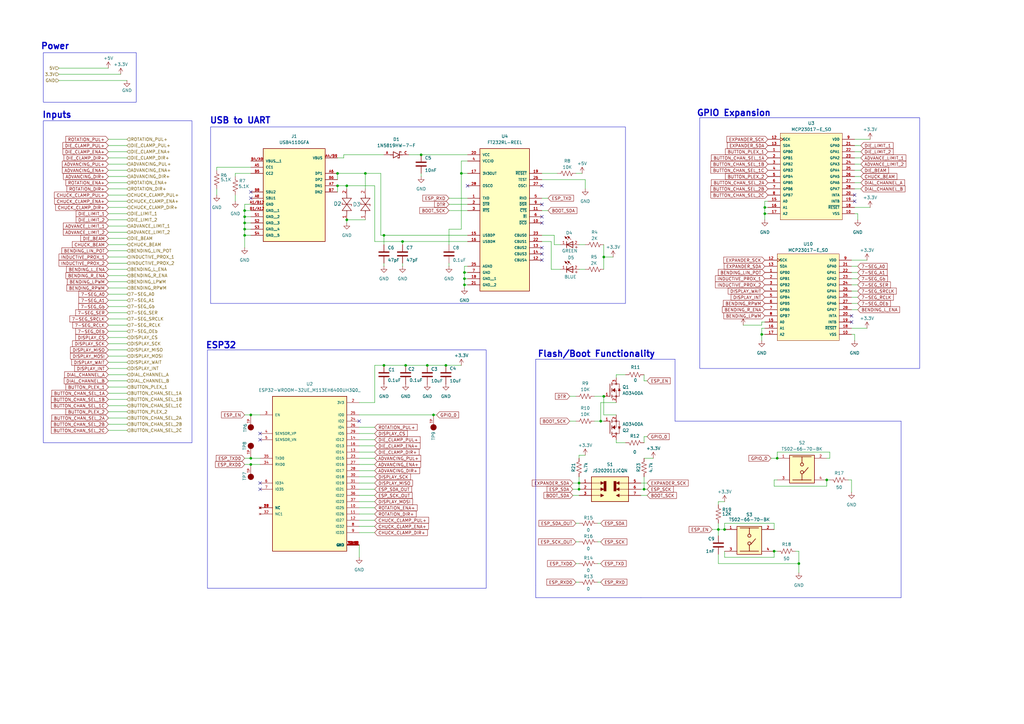
<source format=kicad_sch>
(kicad_sch (version 20231120) (generator "eeschema") (generator_version "8.0")
  (paper "A3")
  (junction (at 175.26 149.86))
  (junction (at 327.66 231.14))
  (junction (at 142.24 90.17))
  (junction (at 157.48 96.52))
  (junction (at 182.88 149.86))
  (junction (at 100.33 86.36))
  (junction (at 190.5 111.76))
  (junction (at 246.38 172.72))
  (junction (at 190.5 114.3))
  (junction (at 172.72 63.5))
  (junction (at 318.77 187.96))
  (junction (at 166.37 149.86))
  (junction (at 237.49 198.12))
  (junction (at 237.49 200.66))
  (junction (at 100.33 88.9))
  (junction (at 102.87 190.5))
  (junction (at 294.64 217.17))
  (junction (at 100.33 91.44))
  (junction (at 313.69 85.09))
  (junction (at 149.86 71.12))
  (junction (at 165.1 99.06))
  (junction (at 157.48 149.86))
  (junction (at 317.5 226.06))
  (junction (at 247.65 162.56))
  (junction (at 100.33 96.52))
  (junction (at 247.65 105.41))
  (junction (at 190.5 116.84))
  (junction (at 100.33 93.98))
  (junction (at 264.16 200.66))
  (junction (at 177.8 170.18))
  (junction (at 138.43 71.12))
  (junction (at 138.43 76.2))
  (junction (at 189.23 71.12))
  (junction (at 312.42 137.16))
  (junction (at 142.24 76.2))
  (junction (at 102.87 187.96))
  (junction (at 297.18 217.17))
  (junction (at 313.69 87.63))
  (junction (at 339.09 196.85))
  (junction (at 102.87 170.18))
  (no_connect (at 222.25 88.9))
  (no_connect (at 350.52 82.55))
  (no_connect (at 222.25 106.68))
  (no_connect (at 222.25 91.44))
  (no_connect (at 349.25 129.54))
  (no_connect (at 222.25 104.14))
  (no_connect (at 222.25 101.6))
  (no_connect (at 106.68 198.12))
  (no_connect (at 349.25 132.08))
  (no_connect (at 222.25 76.2))
  (no_connect (at 106.68 177.8))
  (no_connect (at 147.32 172.72))
  (no_connect (at 350.52 80.01))
  (no_connect (at 102.87 78.74))
  (no_connect (at 222.25 83.82))
  (no_connect (at 102.87 81.28))
  (no_connect (at 106.68 200.66))
  (no_connect (at 106.68 180.34))
  (no_connect (at 191.77 76.2))
  (wire (pts (xy 191.77 111.76) (xy 190.5 111.76)))
  (wire (pts (xy 264.16 156.21) (xy 264.16 153.67)))
  (wire (pts (xy 147.32 165.1) (xy 153.67 165.1)))
  (wire (pts (xy 190.5 111.76) (xy 190.5 114.3)))
  (wire (pts (xy 350.52 137.16) (xy 349.25 137.16)))
  (wire (pts (xy 264.16 195.58) (xy 264.16 200.66)))
  (wire (pts (xy 297.18 228.6) (xy 317.5 228.6)))
  (wire (pts (xy 52.07 163.83) (xy 44.45 163.83)))
  (wire (pts (xy 227.33 100.33) (xy 227.33 96.52)))
  (wire (pts (xy 237.49 198.12) (xy 237.49 200.66)))
  (wire (pts (xy 147.32 215.9) (xy 153.67 215.9)))
  (wire (pts (xy 353.06 74.93) (xy 350.52 74.93)))
  (wire (pts (xy 327.66 226.06) (xy 327.66 231.14)))
  (wire (pts (xy 351.79 127) (xy 349.25 127)))
  (wire (pts (xy 52.07 156.21) (xy 44.45 156.21)))
  (wire (pts (xy 147.32 213.36) (xy 153.67 213.36)))
  (polyline (pts (xy 219.71 240.03) (xy 219.71 245.11)))
  (wire (pts (xy 240.03 73.66) (xy 240.03 77.47)))
  (wire (pts (xy 327.66 234.95) (xy 327.66 231.14)))
  (polyline (pts (xy 369.57 245.11) (xy 369.57 172.72)))
  (wire (pts (xy 237.49 222.25) (xy 236.22 222.25)))
  (wire (pts (xy 233.68 172.72) (xy 236.22 172.72)))
  (wire (pts (xy 237.49 110.49) (xy 240.03 110.49)))
  (wire (pts (xy 147.32 198.12) (xy 153.67 198.12)))
  (wire (pts (xy 52.07 166.37) (xy 44.45 166.37)))
  (wire (pts (xy 237.49 186.69) (xy 237.49 187.96)))
  (wire (pts (xy 236.22 231.14) (xy 237.49 231.14)))
  (wire (pts (xy 52.07 102.87) (xy 44.45 102.87)))
  (wire (pts (xy 52.07 113.03) (xy 44.45 113.03)))
  (wire (pts (xy 351.79 87.63) (xy 350.52 87.63)))
  (wire (pts (xy 351.79 109.22) (xy 349.25 109.22)))
  (wire (pts (xy 313.69 87.63) (xy 313.69 90.17)))
  (wire (pts (xy 340.36 185.42) (xy 340.36 187.96)))
  (polyline (pts (xy 219.71 245.11) (xy 262.89 245.11)))
  (wire (pts (xy 350.52 139.7) (xy 350.52 137.16)))
  (wire (pts (xy 140.97 63.5) (xy 157.48 63.5)))
  (wire (pts (xy 222.25 99.06) (xy 226.06 99.06)))
  (wire (pts (xy 313.69 85.09) (xy 314.96 85.09)))
  (wire (pts (xy 100.33 170.18) (xy 102.87 170.18)))
  (wire (pts (xy 24.13 30.48) (xy 49.53 30.48)))
  (wire (pts (xy 147.32 205.74) (xy 153.67 205.74)))
  (wire (pts (xy 246.38 165.1) (xy 252.73 165.1)))
  (wire (pts (xy 138.43 73.66) (xy 138.43 71.12)))
  (wire (pts (xy 153.67 76.2) (xy 153.67 99.06)))
  (wire (pts (xy 100.33 187.96) (xy 102.87 187.96)))
  (wire (pts (xy 153.67 193.04) (xy 147.32 193.04)))
  (wire (pts (xy 184.15 83.82) (xy 191.77 83.82)))
  (wire (pts (xy 100.33 190.5) (xy 102.87 190.5)))
  (wire (pts (xy 184.15 93.98) (xy 189.23 93.98)))
  (wire (pts (xy 312.42 133.35) (xy 312.42 132.08)))
  (wire (pts (xy 313.69 87.63) (xy 314.96 87.63)))
  (wire (pts (xy 252.73 181.61) (xy 256.54 181.61)))
  (wire (pts (xy 246.38 172.72) (xy 247.65 172.72)))
  (wire (pts (xy 52.07 69.85) (xy 44.45 69.85)))
  (wire (pts (xy 236.22 71.12) (xy 238.76 71.12)))
  (wire (pts (xy 227.33 100.33) (xy 229.87 100.33)))
  (wire (pts (xy 142.24 90.17) (xy 142.24 91.44)))
  (polyline (pts (xy 219.71 147.32) (xy 276.86 147.32)))
  (wire (pts (xy 227.33 96.52) (xy 222.25 96.52)))
  (wire (pts (xy 88.9 69.85) (xy 88.9 68.58)))
  (wire (pts (xy 52.07 77.47) (xy 44.45 77.47)))
  (wire (pts (xy 317.5 226.06) (xy 317.5 228.6)))
  (wire (pts (xy 243.84 172.72) (xy 246.38 172.72)))
  (wire (pts (xy 138.43 64.77) (xy 140.97 64.77)))
  (wire (pts (xy 172.72 63.5) (xy 167.64 63.5)))
  (wire (pts (xy 138.43 76.2) (xy 138.43 78.74)))
  (wire (pts (xy 189.23 66.04) (xy 189.23 71.12)))
  (wire (pts (xy 252.73 153.67) (xy 256.54 153.67)))
  (wire (pts (xy 247.65 100.33) (xy 247.65 105.41)))
  (wire (pts (xy 153.67 210.82) (xy 147.32 210.82)))
  (wire (pts (xy 294.64 214.63) (xy 294.64 217.17)))
  (wire (pts (xy 294.64 217.17) (xy 294.64 219.71)))
  (wire (pts (xy 142.24 76.2) (xy 142.24 77.47)))
  (wire (pts (xy 157.48 96.52) (xy 157.48 100.33)))
  (wire (pts (xy 157.48 149.86) (xy 166.37 149.86)))
  (wire (pts (xy 52.07 146.05) (xy 44.45 146.05)))
  (wire (pts (xy 297.18 214.63) (xy 317.5 214.63)))
  (wire (pts (xy 189.23 71.12) (xy 189.23 93.98)))
  (wire (pts (xy 52.07 90.17) (xy 44.45 90.17)))
  (wire (pts (xy 52.07 100.33) (xy 44.45 100.33)))
  (wire (pts (xy 224.79 81.28) (xy 222.25 81.28)))
  (wire (pts (xy 317.5 199.39) (xy 339.09 199.39)))
  (wire (pts (xy 153.67 99.06) (xy 165.1 99.06)))
  (wire (pts (xy 292.1 217.17) (xy 294.64 217.17)))
  (wire (pts (xy 52.07 128.27) (xy 44.45 128.27)))
  (wire (pts (xy 349.25 196.85) (xy 349.25 201.93)))
  (wire (pts (xy 351.79 124.46) (xy 349.25 124.46)))
  (wire (pts (xy 52.07 130.81) (xy 44.45 130.81)))
  (wire (pts (xy 316.23 187.96) (xy 318.77 187.96)))
  (wire (pts (xy 52.07 57.15) (xy 44.45 57.15)))
  (wire (pts (xy 52.07 140.97) (xy 44.45 140.97)))
  (wire (pts (xy 294.64 231.14) (xy 327.66 231.14)))
  (wire (pts (xy 313.69 85.09) (xy 313.69 87.63)))
  (wire (pts (xy 52.07 92.71) (xy 44.45 92.71)))
  (polyline (pts (xy 276.86 172.72) (xy 369.57 172.72)))
  (wire (pts (xy 156.21 71.12) (xy 156.21 96.52)))
  (wire (pts (xy 234.95 200.66) (xy 237.49 200.66)))
  (wire (pts (xy 318.77 185.42) (xy 340.36 185.42)))
  (wire (pts (xy 356.87 57.15) (xy 350.52 57.15)))
  (wire (pts (xy 246.38 231.14) (xy 245.11 231.14)))
  (wire (pts (xy 240.03 186.69) (xy 237.49 186.69)))
  (wire (pts (xy 52.07 138.43) (xy 44.45 138.43)))
  (wire (pts (xy 353.06 77.47) (xy 350.52 77.47)))
  (wire (pts (xy 355.6 106.68) (xy 349.25 106.68)))
  (wire (pts (xy 233.68 162.56) (xy 236.22 162.56)))
  (wire (pts (xy 226.06 99.06) (xy 226.06 110.49)))
  (wire (pts (xy 252.73 180.34) (xy 252.73 181.61)))
  (wire (pts (xy 294.64 207.01) (xy 294.64 205.74)))
  (wire (pts (xy 100.33 93.98) (xy 100.33 96.52)))
  (wire (pts (xy 52.07 95.25) (xy 44.45 95.25)))
  (wire (pts (xy 222.25 71.12) (xy 228.6 71.12)))
  (wire (pts (xy 236.22 214.63) (xy 237.49 214.63)))
  (wire (pts (xy 153.67 182.88) (xy 147.32 182.88)))
  (wire (pts (xy 100.33 88.9) (xy 100.33 91.44)))
  (polyline (pts (xy 276.86 147.32) (xy 276.86 172.72)))
  (wire (pts (xy 52.07 161.29) (xy 44.45 161.29)))
  (wire (pts (xy 222.25 73.66) (xy 240.03 73.66)))
  (wire (pts (xy 52.07 97.79) (xy 44.45 97.79)))
  (wire (pts (xy 153.67 187.96) (xy 147.32 187.96)))
  (wire (pts (xy 356.87 85.09) (xy 350.52 85.09)))
  (wire (pts (xy 52.07 171.45) (xy 44.45 171.45)))
  (wire (pts (xy 52.07 133.35) (xy 44.45 133.35)))
  (wire (pts (xy 147.32 170.18) (xy 177.8 170.18)))
  (wire (pts (xy 184.15 100.33) (xy 184.15 93.98)))
  (wire (pts (xy 246.38 172.72) (xy 246.38 165.1)))
  (wire (pts (xy 102.87 187.96) (xy 106.68 187.96)))
  (wire (pts (xy 52.07 168.91) (xy 44.45 168.91)))
  (wire (pts (xy 52.07 82.55) (xy 44.45 82.55)))
  (wire (pts (xy 226.06 110.49) (xy 229.87 110.49)))
  (wire (pts (xy 165.1 107.95) (xy 165.1 109.22)))
  (wire (pts (xy 52.07 72.39) (xy 44.45 72.39)))
  (wire (pts (xy 52.07 85.09) (xy 44.45 85.09)))
  (wire (pts (xy 191.77 109.22) (xy 190.5 109.22)))
  (wire (pts (xy 353.06 72.39) (xy 350.52 72.39)))
  (wire (pts (xy 264.16 200.66) (xy 262.89 200.66)))
  (wire (pts (xy 102.87 88.9) (xy 100.33 88.9)))
  (wire (pts (xy 294.64 205.74) (xy 297.18 205.74)))
  (wire (pts (xy 351.79 116.84) (xy 349.25 116.84)))
  (wire (pts (xy 102.87 190.5) (xy 106.68 190.5)))
  (wire (pts (xy 264.16 156.21) (xy 265.43 156.21)))
  (wire (pts (xy 102.87 91.44) (xy 100.33 91.44)))
  (wire (pts (xy 184.15 86.36) (xy 191.77 86.36)))
  (wire (pts (xy 96.52 80.01) (xy 96.52 82.55)))
  (wire (pts (xy 252.73 154.94) (xy 252.73 153.67)))
  (wire (pts (xy 52.07 64.77) (xy 44.45 64.77)))
  (wire (pts (xy 351.79 111.76) (xy 349.25 111.76)))
  (wire (pts (xy 153.67 165.1) (xy 153.67 149.86)))
  (wire (pts (xy 52.07 110.49) (xy 44.45 110.49)))
  (wire (pts (xy 312.42 137.16) (xy 312.42 139.7)))
  (wire (pts (xy 88.9 68.58) (xy 102.87 68.58)))
  (wire (pts (xy 353.06 59.69) (xy 350.52 59.69)))
  (wire (pts (xy 304.8 133.35) (xy 312.42 133.35)))
  (wire (pts (xy 100.33 86.36) (xy 100.33 88.9)))
  (wire (pts (xy 142.24 76.2) (xy 153.67 76.2)))
  (wire (pts (xy 182.88 149.86) (xy 189.23 149.86)))
  (wire (pts (xy 166.37 149.86) (xy 175.26 149.86)))
  (wire (pts (xy 138.43 76.2) (xy 142.24 76.2)))
  (wire (pts (xy 247.65 162.56) (xy 247.65 170.18)))
  (wire (pts (xy 156.21 96.52) (xy 157.48 96.52)))
  (wire (pts (xy 102.87 83.82) (xy 100.33 83.82)))
  (wire (pts (xy 52.07 80.01) (xy 44.45 80.01)))
  (wire (pts (xy 52.07 153.67) (xy 44.45 153.67)))
  (wire (pts (xy 52.07 62.23) (xy 44.45 62.23)))
  (wire (pts (xy 177.8 170.18) (xy 179.07 170.18)))
  (wire (pts (xy 52.07 125.73) (xy 44.45 125.73)))
  (wire (pts (xy 246.38 238.76) (xy 245.11 238.76)))
  (wire (pts (xy 88.9 77.47) (xy 88.9 80.01)))
  (wire (pts (xy 351.79 119.38) (xy 349.25 119.38)))
  (wire (pts (xy 190.5 114.3) (xy 191.77 114.3)))
  (wire (pts (xy 317.5 217.17) (xy 317.5 214.63)))
  (wire (pts (xy 100.33 83.82) (xy 100.33 86.36)))
  (wire (pts (xy 224.79 86.36) (xy 222.25 86.36)))
  (wire (pts (xy 52.07 107.95) (xy 44.45 107.95)))
  (wire (pts (xy 147.32 175.26) (xy 153.67 175.26)))
  (wire (pts (xy 52.07 176.53) (xy 44.45 176.53)))
  (wire (pts (xy 237.49 195.58) (xy 237.49 198.12)))
  (wire (pts (xy 339.09 199.39) (xy 339.09 196.85)))
  (wire (pts (xy 52.07 118.11) (xy 44.45 118.11)))
  (wire (pts (xy 353.06 67.31) (xy 350.52 67.31)))
  (wire (pts (xy 247.65 170.18) (xy 252.73 170.18)))
  (wire (pts (xy 52.07 120.65) (xy 44.45 120.65)))
  (wire (pts (xy 313.69 82.55) (xy 313.69 85.09)))
  (wire (pts (xy 172.72 63.5) (xy 191.77 63.5)))
  (wire (pts (xy 165.1 99.06) (xy 165.1 100.33)))
  (wire (pts (xy 297.18 214.63) (xy 297.18 217.17)))
  (wire (pts (xy 318.77 196.85) (xy 317.5 196.85)))
  (wire (pts (xy 347.98 196.85) (xy 349.25 196.85)))
  (wire (pts (xy 140.97 64.77) (xy 140.97 63.5)))
  (wire (pts (xy 190.5 118.11) (xy 190.5 116.84)))
  (wire (pts (xy 147.32 228.6) (xy 147.32 223.52)))
  (wire (pts (xy 153.67 203.2) (xy 147.32 203.2)))
  (wire (pts (xy 237.49 100.33) (xy 240.03 100.33)))
  (wire (pts (xy 246.38 222.25) (xy 245.11 222.25)))
  (wire (pts (xy 234.95 203.2) (xy 237.49 203.2)))
  (wire (pts (xy 312.42 137.16) (xy 313.69 137.16)))
  (wire (pts (xy 52.07 123.19) (xy 44.45 123.19)))
  (wire (pts (xy 102.87 93.98) (xy 100.33 93.98)))
  (wire (pts (xy 312.42 134.62) (xy 312.42 137.16)))
  (wire (pts (xy 246.38 214.63) (xy 245.11 214.63)))
  (wire (pts (xy 100.33 91.44) (xy 100.33 93.98)))
  (wire (pts (xy 102.87 170.18) (xy 106.68 170.18)))
  (wire (pts (xy 149.86 71.12) (xy 156.21 71.12)))
  (wire (pts (xy 351.79 114.3) (xy 349.25 114.3)))
  (wire (pts (xy 52.07 105.41) (xy 44.45 105.41)))
  (wire (pts (xy 351.79 121.92) (xy 349.25 121.92)))
  (wire (pts (xy 353.06 64.77) (xy 350.52 64.77)))
  (wire (pts (xy 147.32 200.66) (xy 153.67 200.66)))
  (wire (pts (xy 52.07 67.31) (xy 44.45 67.31)))
  (wire (pts (xy 138.43 71.12) (xy 149.86 71.12)))
  (wire (pts (xy 317.5 196.85) (xy 317.5 199.39)))
  (wire (pts (xy 191.77 96.52) (xy 157.48 96.52)))
  (wire (pts (xy 153.67 180.34) (xy 147.32 180.34)))
  (wire (pts (xy 351.79 90.17) (xy 351.79 87.63)))
  (wire (pts (xy 52.07 148.59) (xy 44.45 148.59)))
  (wire (pts (xy 172.72 71.12) (xy 172.72 72.39)))
  (wire (pts (xy 264.16 179.07) (xy 265.43 179.07)))
  (wire (pts (xy 52.07 59.69) (xy 44.45 59.69)))
  (wire (pts (xy 191.77 71.12) (xy 189.23 71.12)))
  (wire (pts (xy 153.67 185.42) (xy 147.32 185.42)))
  (wire (pts (xy 52.07 87.63) (xy 44.45 87.63)))
  (wire (pts (xy 353.06 69.85) (xy 350.52 69.85)))
  (wire (pts (xy 313.69 82.55) (xy 314.96 82.55)))
  (wire (pts (xy 102.87 71.12) (xy 96.52 71.12)))
  (wire (pts (xy 184.15 81.28) (xy 191.77 81.28)))
  (wire (pts (xy 100.33 96.52) (xy 100.33 101.6)))
  (wire (pts (xy 237.49 238.76) (xy 236.22 238.76)))
  (wire (pts (xy 243.84 162.56) (xy 247.65 162.56)))
  (wire (pts (xy 102.87 86.36) (xy 100.33 86.36)))
  (wire (pts (xy 153.67 190.5) (xy 147.32 190.5)))
  (wire (pts (xy 190.5 116.84) (xy 190.5 114.3)))
  (polyline (pts (xy 219.71 147.32) (xy 219.71 240.03)))
  (wire (pts (xy 234.95 198.12) (xy 237.49 198.12)))
  (wire (pts (xy 184.15 107.95) (xy 184.15 109.22)))
  (wire (pts (xy 153.67 149.86) (xy 157.48 149.86)))
  (wire (pts (xy 190.5 109.22) (xy 190.5 111.76)))
  (wire (pts (xy 265.43 200.66) (xy 264.16 200.66)))
  (wire (pts (xy 265.43 203.2) (xy 262.89 203.2)))
  (wire (pts (xy 297.18 226.06) (xy 297.18 228.6)))
  (wire (pts (xy 312.42 134.62) (xy 313.69 134.62)))
  (wire (pts (xy 340.36 196.85) (xy 339.09 196.85)))
  (wire (pts (xy 157.48 107.95) (xy 157.48 109.22)))
  (wire (pts (xy 355.6 134.62) (xy 349.25 134.62)))
  (wire (pts (xy 147.32 218.44) (xy 153.67 218.44)))
  (wire (pts (xy 52.07 151.13) (xy 44.45 151.13)))
  (wire (pts (xy 326.39 226.06) (xy 327.66 226.06)))
  (wire (pts (xy 52.07 143.51) (xy 44.45 143.51)))
  (wire (pts (xy 264.16 187.96) (xy 267.97 187.96)))
  (wire (pts (xy 190.5 116.84) (xy 191.77 116.84)))
  (wire (pts (xy 191.77 99.06) (xy 165.1 99.06)))
  (wire (pts (xy 318.77 187.96) (xy 318.77 185.42)))
  (wire (pts (xy 294.64 227.33) (xy 294.64 231.14)))
  (wire (pts (xy 353.06 62.23) (xy 350.52 62.23)))
  (wire (pts (xy 100.33 96.52) (xy 102.87 96.52)))
  (wire (pts (xy 264.16 179.07) (xy 264.16 181.61)))
  (wire (pts (xy 149.86 71.12) (xy 149.86 77.47)))
  (wire (pts (xy 147.32 195.58) (xy 153.67 195.58)))
  (wire (pts (xy 294.64 217.17) (xy 297.18 217.17)))
  (wire (pts (xy 142.24 90.17) (xy 149.86 90.17)))
  (wire (pts (xy 24.13 33.02) (xy 52.07 33.02)))
  (wire (pts (xy 52.07 74.93) (xy 44.45 74.93)))
  (wire (pts (xy 312.42 132.08) (xy 313.69 132.08)))
  (wire (pts (xy 96.52 71.12) (xy 96.52 72.39)))
  (wire (pts (xy 182.88 149.86) (xy 175.26 149.86)))
  (wire (pts (xy 318.77 226.06) (xy 317.5 226.06)))
  (wire (pts (xy 339.09 187.96) (xy 340.36 187.96)))
  (wire (pts (xy 251.46 105.41) (xy 247.65 105.41)))
  (wire (pts (xy 52.07 173.99) (xy 44.45 173.99)))
  (wire (pts (xy 147.32 177.8) (xy 153.67 177.8)))
  (wire (pts (xy 265.43 198.12) (xy 262.89 198.12)))
  (polyline (pts (xy 262.89 245.11) (xy 369.57 245.11)))
  (wire (pts (xy 189.23 66.04) (xy 191.77 66.04)))
  (wire (pts (xy 153.67 208.28) (xy 147.32 208.28)))
  (wire (pts (xy 247.65 105.41) (xy 247.65 110.49)))
  (wire (pts (xy 24.13 27.94) (xy 44.45 27.94)))
  (wire (pts (xy 52.07 158.75) (xy 44.45 158.75)))
  (wire (pts (xy 52.07 115.57) (xy 44.45 115.57)))
  (wire (pts (xy 52.07 135.89) (xy 44.45 135.89)))
  (rectangle (start 86.36 52.07) (end 256.54 124.46))
  (rectangle (start 17.78 21.59) (end 55.88 41.91))
  (rectangle (start 17.78 49.53) (end 78.74 181.61))
  (rectangle (start 287.02 48.26) (end 377.19 151.13))
  (rectangle (start 85.09 143.51) (end 199.39 241.3))
  (text "USB to UART" (at 98.552 49.53 0) (effects (font (size 2.54 2.54) (thickness 0.508) (bold yes))))
  (text "GPIO Expansion" (at 300.99 46.482 0) (effects (font (size 2.54 2.54) (thickness 0.508) (bold yes))))
  (text "Inputs" (at 23.368 47.244 0) (effects (font (size 2.54 2.54) (thickness 0.508) (bold yes))))
  (text "ESP32" (at 90.678 141.732 0) (effects (font (size 2.54 2.54) (thickness 0.508) (bold yes))))
  (text "Power" (at 22.606 19.05 0) (effects (font (size 2.54 2.54) (thickness 0.508) (bold yes))))
  (text "Flash/Boot Functionality" (at 244.602 145.288 0) (effects (font (size 2.54 2.54) (thickness 0.508) (bold yes))))
  (global_label "7-SEG_OEb" (shape input) (at 44.45 135.89 180) (property "Intersheetrefs" "${INTERSHEET_REFS}" (effects (hide yes))))
  (global_label "DIE_BEAM" (shape input) (at 44.45 97.79 180) (property "Intersheetrefs" "${INTERSHEET_REFS}" (effects (hide yes))))
  (global_label "CHUCK_CLAMP_PUL+" (shape input) (at 44.45 80.01 180) (property "Intersheetrefs" "${INTERSHEET_REFS}" (effects (hide yes))))
  (global_label "BENDING_RPWM" (shape input) (at 313.69 124.46 180) (property "Intersheetrefs" "${INTERSHEET_REFS}" (effects (hide yes))))
  (global_label "ESP_TXD0" (shape input) (at 236.22 231.14 180) (property "Intersheetrefs" "${INTERSHEET_REFS}" (effects (hide yes))))
  (global_label "ROTATION_ENA+" (shape input) (at 44.45 74.93 180) (property "Intersheetrefs" "${INTERSHEET_REFS}" (effects (hide yes))))
  (global_label "BUTTON_PLEX_2" (shape input) (at 44.45 168.91 180) (property "Intersheetrefs" "${INTERSHEET_REFS}" (effects (hide yes))))
  (global_label "DISPLAY_WAIT" (shape input) (at 44.45 148.59 180) (property "Intersheetrefs" "${INTERSHEET_REFS}" (effects (hide yes))))
  (global_label "ESP_TXD" (shape input) (at 246.38 231.14 0) (property "Intersheetrefs" "${INTERSHEET_REFS}" (effects (hide yes))))
  (global_label "INDUCTIVE_PROX_1" (shape input) (at 44.45 105.41 180) (property "Intersheetrefs" "${INTERSHEET_REFS}" (effects (hide yes))))
  (global_label "INDUCTIVE_PROX_1" (shape input) (at 313.69 114.3 180) (property "Intersheetrefs" "${INTERSHEET_REFS}" (effects (hide yes))))
  (global_label "INDUCTIVE_PROX_2" (shape input) (at 44.45 107.95 180) (property "Intersheetrefs" "${INTERSHEET_REFS}" (effects (hide yes))))
  (global_label "ESP_RXD" (shape input) (at 246.38 238.76 0) (property "Intersheetrefs" "${INTERSHEET_REFS}" (effects (hide yes))))
  (global_label "DTR" (shape input) (at 184.15 83.82 180) (property "Intersheetrefs" "${INTERSHEET_REFS}" (effects (hide yes))))
  (global_label "DIE_CLAMP_PUL+" (shape input) (at 44.45 59.69 180) (property "Intersheetrefs" "${INTERSHEET_REFS}" (effects (hide yes))))
  (global_label "DIE_LIMIT_2" (shape input) (at 353.06 62.23 0) (property "Intersheetrefs" "${INTERSHEET_REFS}" (effects (hide yes))))
  (global_label "BENDING_RPWM" (shape input) (at 44.45 118.11 180) (property "Intersheetrefs" "${INTERSHEET_REFS}" (effects (hide yes))))
  (global_label "ROTATION_DIR+" (shape input) (at 44.45 77.47 180) (property "Intersheetrefs" "${INTERSHEET_REFS}" (effects (hide yes))))
  (global_label "BOOT_SDA" (shape input) (at 224.79 86.36 0) (property "Intersheetrefs" "${INTERSHEET_REFS}" (effects (hide yes))))
  (global_label "DIE_LIMIT_1" (shape input) (at 353.06 59.69 0) (property "Intersheetrefs" "${INTERSHEET_REFS}" (effects (hide yes))))
  (global_label "BUTTON_CHAN_SEL_2C" (shape input) (at 314.96 80.01 180) (property "Intersheetrefs" "${INTERSHEET_REFS}" (effects (hide yes))))
  (global_label "7-SEG_Gb" (shape input) (at 351.79 114.3 0) (property "Intersheetrefs" "${INTERSHEET_REFS}" (effects (hide yes))))
  (global_label "BUTTON_CHAN_SEL_2C" (shape input) (at 44.45 176.53 180) (property "Intersheetrefs" "${INTERSHEET_REFS}" (effects (hide yes))))
  (global_label "DISPLAY_MISO" (shape input) (at 44.45 143.51 180) (property "Intersheetrefs" "${INTERSHEET_REFS}" (effects (hide yes))))
  (global_label "ESP_RXD0" (shape input) (at 236.22 238.76 180) (property "Intersheetrefs" "${INTERSHEET_REFS}" (effects (hide yes))))
  (global_label "ADVANCING_PUL+" (shape input) (at 44.45 67.31 180) (property "Intersheetrefs" "${INTERSHEET_REFS}" (effects (hide yes))))
  (global_label "ROTATION_PUL+" (shape input) (at 44.45 57.15 180) (property "Intersheetrefs" "${INTERSHEET_REFS}" (effects (hide yes))))
  (global_label "CHUCK_CLAMP_PUL+" (shape input) (at 153.67 213.36 0) (property "Intersheetrefs" "${INTERSHEET_REFS}" (effects (hide yes))))
  (global_label "DISPLAY_MISO" (shape input) (at 153.67 198.12 0) (property "Intersheetrefs" "${INTERSHEET_REFS}" (effects (hide yes))))
  (global_label "GPIO_0" (shape input) (at 179.07 170.18 0) (property "Intersheetrefs" "${INTERSHEET_REFS}" (effects (hide yes))))
  (global_label "DIAL_CHANNEL_A" (shape input) (at 353.06 74.93 0) (property "Intersheetrefs" "${INTERSHEET_REFS}" (effects (hide yes))))
  (global_label "BUTTON_PLEX_1" (shape input) (at 44.45 158.75 180) (property "Intersheetrefs" "${INTERSHEET_REFS}" (effects (hide yes))))
  (global_label "DIE_CLAMP_DIR+" (shape input) (at 44.45 64.77 180) (property "Intersheetrefs" "${INTERSHEET_REFS}" (effects (hide yes))))
  (global_label "7-SEG_SER" (shape input) (at 44.45 128.27 180) (property "Intersheetrefs" "${INTERSHEET_REFS}" (effects (hide yes))))
  (global_label "ADVANCING_PUL+" (shape input) (at 153.67 187.96 0) (property "Intersheetrefs" "${INTERSHEET_REFS}" (effects (hide yes))))
  (global_label "BENDING_LIN_POT" (shape input) (at 44.45 102.87 180) (property "Intersheetrefs" "${INTERSHEET_REFS}" (effects (hide yes))))
  (global_label "ADVANCING_DIR+" (shape input) (at 153.67 193.04 0) (property "Intersheetrefs" "${INTERSHEET_REFS}" (effects (hide yes))))
  (global_label "BUTTON_CHAN_SEL_2A" (shape input) (at 314.96 74.93 180) (property "Intersheetrefs" "${INTERSHEET_REFS}" (effects (hide yes))))
  (global_label "7-SEG_SRCLK" (shape input) (at 44.45 130.81 180) (property "Intersheetrefs" "${INTERSHEET_REFS}" (effects (hide yes))))
  (global_label "ESP_SDA" (shape input) (at 234.95 200.66 180) (property "Intersheetrefs" "${INTERSHEET_REFS}" (effects (hide yes))))
  (global_label "ESP_SDA" (shape input) (at 246.38 214.63 0) (property "Intersheetrefs" "${INTERSHEET_REFS}" (effects (hide yes))))
  (global_label "DIE_CLAMP_DIR+" (shape input) (at 153.67 185.42 0) (property "Intersheetrefs" "${INTERSHEET_REFS}" (effects (hide yes))))
  (global_label "DIE_BEAM" (shape input) (at 353.06 69.85 0) (property "Intersheetrefs" "${INTERSHEET_REFS}" (effects (hide yes))))
  (global_label "ROTATION_DIR+" (shape input) (at 153.67 210.82 0) (property "Intersheetrefs" "${INTERSHEET_REFS}" (effects (hide yes))))
  (global_label "BUTTON_CHAN_SEL_2A" (shape input) (at 44.45 171.45 180) (property "Intersheetrefs" "${INTERSHEET_REFS}" (effects (hide yes))))
  (global_label "7-SEG_Gb" (shape input) (at 44.45 125.73 180) (property "Intersheetrefs" "${INTERSHEET_REFS}" (effects (hide yes))))
  (global_label "BUTTON_PLEX_1" (shape input) (at 314.96 62.23 180) (property "Intersheetrefs" "${INTERSHEET_REFS}" (effects (hide yes))))
  (global_label "ESP_EN" (shape input) (at 292.1 217.17 180) (property "Intersheetrefs" "${INTERSHEET_REFS}" (effects (hide yes))))
  (global_label "EXPANDER_SCK" (shape input) (at 313.69 106.68 180) (property "Intersheetrefs" "${INTERSHEET_REFS}" (effects (hide yes))))
  (global_label "ESP_TXD" (shape input) (at 224.79 81.28 0) (property "Intersheetrefs" "${INTERSHEET_REFS}" (effects (hide yes))))
  (global_label "BENDING_L_ENA" (shape input) (at 351.79 127 0) (property "Intersheetrefs" "${INTERSHEET_REFS}" (effects (hide yes))))
  (global_label "BENDING_L_ENA" (shape input) (at 44.45 110.49 180) (property "Intersheetrefs" "${INTERSHEET_REFS}" (effects (hide yes))))
  (global_label "DISPLAY_SCK" (shape input) (at 153.67 195.58 0) (property "Intersheetrefs" "${INTERSHEET_REFS}" (effects (hide yes))))
  (global_label "DISPLAY_MOSI" (shape input) (at 153.67 205.74 0) (property "Intersheetrefs" "${INTERSHEET_REFS}" (effects (hide yes))))
  (global_label "ADVANCING_ENA+" (shape input) (at 153.67 190.5 0) (property "Intersheetrefs" "${INTERSHEET_REFS}" (effects (hide yes))))
  (global_label "BOOT_SDA" (shape input) (at 234.95 203.2 180) (property "Intersheetrefs" "${INTERSHEET_REFS}" (effects (hide yes))))
  (global_label "7-SEG_A1" (shape input) (at 44.45 123.19 180) (property "Intersheetrefs" "${INTERSHEET_REFS}" (effects (hide yes))))
  (global_label "INDUCTIVE_PROX_2" (shape input) (at 313.69 116.84 180) (property "Intersheetrefs" "${INTERSHEET_REFS}" (effects (hide yes))))
  (global_label "BUTTON_CHAN_SEL_2B" (shape input) (at 44.45 173.99 180) (property "Intersheetrefs" "${INTERSHEET_REFS}" (effects (hide yes))))
  (global_label "BUTTON_CHAN_SEL_1C" (shape input) (at 314.96 69.85 180) (property "Intersheetrefs" "${INTERSHEET_REFS}" (effects (hide yes))))
  (global_label "DISPLAY_INT" (shape input) (at 313.69 121.92 180) (property "Intersheetrefs" "${INTERSHEET_REFS}" (effects (hide yes))))
  (global_label "ADVANCING_ENA+" (shape input) (at 44.45 69.85 180) (property "Intersheetrefs" "${INTERSHEET_REFS}" (effects (hide yes))))
  (global_label "EXPANDER_SCK" (shape input) (at 314.96 57.15 180) (property "Intersheetrefs" "${INTERSHEET_REFS}" (effects (hide yes))))
  (global_label "DISPLAY_CS" (shape input) (at 44.45 138.43 180) (property "Intersheetrefs" "${INTERSHEET_REFS}" (effects (hide yes))))
  (global_label "ADVANCING_DIR+" (shape input) (at 44.45 72.39 180) (property "Intersheetrefs" "${INTERSHEET_REFS}" (effects (hide yes))))
  (global_label "BUTTON_CHAN_SEL_1A" (shape input) (at 314.96 64.77 180) (property "Intersheetrefs" "${INTERSHEET_REFS}" (effects (hide yes))))
  (global_label "BOOT_SCK" (shape input) (at 184.15 86.36 180) (property "Intersheetrefs" "${INTERSHEET_REFS}" (effects (hide yes))))
  (global_label "EXPANDER_SCK" (shape input) (at 265.43 198.12 0) (property "Intersheetrefs" "${INTERSHEET_REFS}" (effects (hide yes))))
  (global_label "ESP_SDA_OUT" (shape input) (at 236.22 214.63 180) (property "Intersheetrefs" "${INTERSHEET_REFS}" (effects (hide yes))))
  (global_label "DISPLAY_SCK" (shape input) (at 44.45 140.97 180) (property "Intersheetrefs" "${INTERSHEET_REFS}" (effects (hide yes))))
  (global_label "DIAL_CHANNEL_A" (shape input) (at 44.45 153.67 180) (property "Intersheetrefs" "${INTERSHEET_REFS}" (effects (hide yes))))
  (global_label "BENDING_LPWM" (shape input) (at 44.45 115.57 180) (property "Intersheetrefs" "${INTERSHEET_REFS}" (effects (hide yes))))
  (global_label "CHUCK_BEAM" (shape input) (at 44.45 100.33 180) (property "Intersheetrefs" "${INTERSHEET_REFS}" (effects (hide yes))))
  (global_label "DIAL_CHANNEL_B" (shape input) (at 353.06 77.47 0) (property "Intersheetrefs" "${INTERSHEET_REFS}" (effects (hide yes))))
  (global_label "ROTATION_ENA+" (shape input) (at 153.67 208.28 0) (property "Intersheetrefs" "${INTERSHEET_REFS}" (effects (hide yes))))
  (global_label "DIE_CLAMP_ENA+" (shape input) (at 153.67 182.88 0) (property "Intersheetrefs" "${INTERSHEET_REFS}" (effects (hide yes))))
  (global_label "7-SEG_A0" (shape input) (at 351.79 109.22 0) (property "Intersheetrefs" "${INTERSHEET_REFS}" (effects (hide yes))))
  (global_label "7-SEG_OEb" (shape input) (at 351.79 124.46 0) (property "Intersheetrefs" "${INTERSHEET_REFS}" (effects (hide yes))))
  (global_label "BUTTON_PLEX_2" (shape input) (at 314.96 72.39 180) (property "Intersheetrefs" "${INTERSHEET_REFS}" (effects (hide yes))))
  (global_label "BOOT_SCK" (shape input) (at 265.43 203.2 0) (property "Intersheetrefs" "${INTERSHEET_REFS}" (effects (hide yes))))
  (global_label "7-SEG_A0" (shape input) (at 44.45 120.65 180) (property "Intersheetrefs" "${INTERSHEET_REFS}" (effects (hide yes))))
  (global_label "ADVANCE_LIMIT_1" (shape input) (at 353.06 64.77 0) (property "Intersheetrefs" "${INTERSHEET_REFS}" (effects (hide yes))))
  (global_label "DTR" (shape input) (at 233.68 162.56 180) (property "Intersheetrefs" "${INTERSHEET_REFS}" (effects (hide yes))))
  (global_label "7-SEG_RCLK" (shape input) (at 44.45 133.35 180) (property "Intersheetrefs" "${INTERSHEET_REFS}" (effects (hide yes))))
  (global_label "CHUCK_CLAMP_DIR+" (shape input) (at 44.45 85.09 180) (property "Intersheetrefs" "${INTERSHEET_REFS}" (effects (hide yes))))
  (global_label "ADVANCE_LIMIT_2" (shape input) (at 44.45 95.25 180) (property "Intersheetrefs" "${INTERSHEET_REFS}" (effects (hide yes))))
  (global_label "BOOT_SCK" (shape input) (at 233.68 172.72 180) (property "Intersheetrefs" "${INTERSHEET_REFS}" (effects (hide yes))))
  (global_label "7-SEG_SER" (shape input) (at 351.79 116.84 0) (property "Intersheetrefs" "${INTERSHEET_REFS}" (effects (hide yes))))
  (global_label "ESP_SCK_OUT" (shape input) (at 153.67 203.2 0) (property "Intersheetrefs" "${INTERSHEET_REFS}" (effects (hide yes))))
  (global_label "BUTTON_CHAN_SEL_1B" (shape input) (at 314.96 67.31 180) (property "Intersheetrefs" "${INTERSHEET_REFS}" (effects (hide yes))))
  (global_label "ESP_EN" (shape input) (at 265.43 156.21 0) (property "Intersheetrefs" "${INTERSHEET_REFS}" (effects (hide yes))))
  (global_label "DISPLAY_INT" (shape input) (at 44.45 151.13 180) (property "Intersheetrefs" "${INTERSHEET_REFS}" (effects (hide yes))))
  (global_label "DIE_CLAMP_PUL+" (shape input) (at 153.67 180.34 0) (property "Intersheetrefs" "${INTERSHEET_REFS}" (effects (hide yes))))
  (global_label "ESP_SCK" (shape input) (at 246.38 222.25 0) (property "Intersheetrefs" "${INTERSHEET_REFS}" (effects (hide yes))))
  (global_label "ESP_SCK_OUT" (shape input) (at 236.22 222.25 180) (property "Intersheetrefs" "${INTERSHEET_REFS}" (effects (hide yes))))
  (global_label "EXPANDER_SDA" (shape input) (at 313.69 109.22 180) (property "Intersheetrefs" "${INTERSHEET_REFS}" (effects (hide yes))))
  (global_label "ESP_RXD0" (shape input) (at 100.33 190.5 180) (property "Intersheetrefs" "${INTERSHEET_REFS}" (effects (hide yes))))
  (global_label "CHUCK_CLAMP_ENA+" (shape input) (at 153.67 215.9 0) (property "Intersheetrefs" "${INTERSHEET_REFS}" (effects (hide yes))))
  (global_label "BUTTON_CHAN_SEL_2B" (shape input) (at 314.96 77.47 180) (property "Intersheetrefs" "${INTERSHEET_REFS}" (effects (hide yes))))
  (global_label "EXPANDER_SDA" (shape input) (at 234.95 198.12 180) (property "Intersheetrefs" "${INTERSHEET_REFS}" (effects (hide yes))))
  (global_label "ADVANCE_LIMIT_2" (shape input) (at 353.06 67.31 0) (property "Intersheetrefs" "${INTERSHEET_REFS}" (effects (hide yes))))
  (global_label "7-SEG_RCLK" (shape input) (at 351.79 121.92 0) (property "Intersheetrefs" "${INTERSHEET_REFS}" (effects (hide yes))))
  (global_label "ESP_EN" (shape input) (at 100.33 170.18 180) (property "Intersheetrefs" "${INTERSHEET_REFS}" (effects (hide yes))))
  (global_label "DIAL_CHANNEL_B" (shape input) (at 44.45 156.21 180) (property "Intersheetrefs" "${INTERSHEET_REFS}" (effects (hide yes))))
  (global_label "ADVANCE_LIMIT_1" (shape input) (at 44.45 92.71 180) (property "Intersheetrefs" "${INTERSHEET_REFS}" (effects (hide yes))))
  (global_label "EXPANDER_SDA" (shape input) (at 314.96 59.69 180) (property "Intersheetrefs" "${INTERSHEET_REFS}" (effects (hide yes))))
  (global_label "DISPLAY_CS" (shape input) (at 153.67 177.8 0) (property "Intersheetrefs" "${INTERSHEET_REFS}" (effects (hide yes))))
  (global_label "BUTTON_CHAN_SEL_1C" (shape input) (at 44.45 166.37 180) (property "Intersheetrefs" "${INTERSHEET_REFS}" (effects (hide yes))))
  (global_label "BENDING_R_ENA" (shape input) (at 313.69 127 180) (property "Intersheetrefs" "${INTERSHEET_REFS}" (effects (hide yes))))
  (global_label "ESP_SCK" (shape input) (at 265.43 200.66 0) (property "Intersheetrefs" "${INTERSHEET_REFS}" (effects (hide yes))))
  (global_label "BENDING_LIN_POT" (shape input) (at 313.69 111.76 180) (property "Intersheetrefs" "${INTERSHEET_REFS}" (effects (hide yes))))
  (global_label "DISPLAY_WAIT" (shape input) (at 313.69 119.38 180) (property "Intersheetrefs" "${INTERSHEET_REFS}" (effects (hide yes))))
  (global_label "CHUCK_CLAMP_DIR+" (shape input) (at 153.67 218.44 0) (property "Intersheetrefs" "${INTERSHEET_REFS}" (effects (hide yes))))
  (global_label "GPIO_0" (shape input) (at 316.23 187.96 180) (property "Intersheetrefs" "${INTERSHEET_REFS}" (effects (hide yes))))
  (global_label "CHUCK_BEAM" (shape input) (at 353.06 72.39 0) (property "Intersheetrefs" "${INTERSHEET_REFS}" (effects (hide yes))))
  (global_label "7-SEG_A1" (shape input) (at 351.79 111.76 0) (property "Intersheetrefs" "${INTERSHEET_REFS}" (effects (hide yes))))
  (global_label "ESP_RXD" (shape input) (at 184.15 81.28 180) (property "Intersheetrefs" "${INTERSHEET_REFS}" (effects (hide yes))))
  (global_label "ROTATION_PUL+" (shape input) (at 153.67 175.26 0) (property "Intersheetrefs" "${INTERSHEET_REFS}" (effects (hide yes))))
  (global_label "CHUCK_CLAMP_ENA+" (shape input) (at 44.45 82.55 180) (property "Intersheetrefs" "${INTERSHEET_REFS}" (effects (hide yes))))
  (global_label "BENDING_LPWM" (shape input) (at 313.69 129.54 180) (property "Intersheetrefs" "${INTERSHEET_REFS}" (effects (hide yes))))
  (global_label "BENDING_R_ENA" (shape input) (at 44.45 113.03 180) (property "Intersheetrefs" "${INTERSHEET_REFS}" (effects (hide yes))))
  (global_label "ESP_TXD0" (shape input) (at 100.33 187.96 180) (property "Intersheetrefs" "${INTERSHEET_REFS}" (effects (hide yes))))
  (global_label "DISPLAY_MOSI" (shape input) (at 44.45 146.05 180) (property "Intersheetrefs" "${INTERSHEET_REFS}" (effects (hide yes))))
  (global_label "DIE_LIMIT_1" (shape input) (at 44.45 87.63 180) (property "Intersheetrefs" "${INTERSHEET_REFS}" (effects (hide yes))))
  (global_label "BUTTON_CHAN_SEL_1A" (shape input) (at 44.45 161.29 180) (property "Intersheetrefs" "${INTERSHEET_REFS}" (effects (hide yes))))
  (global_label "7-SEG_SRCLK" (shape input) (at 351.79 119.38 0) (property "Intersheetrefs" "${INTERSHEET_REFS}" (effects (hide yes))))
  (global_label "DIE_LIMIT_2" (shape input) (at 44.45 90.17 180) (property "Intersheetrefs" "${INTERSHEET_REFS}" (effects (hide yes))))
  (global_label "DIE_CLAMP_ENA+" (shape input) (at 44.45 62.23 180) (property "Intersheetrefs" "${INTERSHEET_REFS}" (effects (hide yes))))
  (global_label "GPIO_0" (shape input) (at 265.43 179.07 0) (property "Intersheetrefs" "${INTERSHEET_REFS}" (effects (hide yes))))
  (global_label "BUTTON_CHAN_SEL_1B" (shape input) (at 44.45 163.83 180) (property "Intersheetrefs" "${INTERSHEET_REFS}" (effects (hide yes))))
  (global_label "ESP_SDA_OUT" (shape input) (at 153.67 200.66 0) (property "Intersheetrefs" "${INTERSHEET_REFS}" (effects (hide yes))))
  (hierarchical_label "7-SEG_RCLK" (shape input) (at 52.07 133.35 0))
  (hierarchical_label "CHUCK_CLAMP_ENA+" (shape input) (at 52.07 82.55 0))
  (hierarchical_label "BENDING_LPWM" (shape input) (at 52.07 115.57 0))
  (hierarchical_label "DISPLAY_WAIT" (shape input) (at 52.07 148.59 0))
  (hierarchical_label "DIE_LIMIT_2" (shape input) (at 52.07 90.17 0))
  (hierarchical_label "7-SEG_Gb" (shape input) (at 52.07 125.73 0))
  (hierarchical_label "ADVANCE_LIMIT_2" (shape input) (at 52.07 95.25 0))
  (hierarchical_label "7-SEG_A1" (shape input) (at 52.07 123.19 0))
  (hierarchical_label "DISPLAY_CS" (shape input) (at 52.07 138.43 0))
  (hierarchical_label "7-SEG_SRCLK" (shape input) (at 52.07 130.81 0))
  (hierarchical_label "CHUCK_CLAMP_DIR+" (shape input) (at 52.07 85.09 0))
  (hierarchical_label "7-SEG_SER" (shape input) (at 52.07 128.27 0))
  (hierarchical_label "DIE_CLAMP_PUL+" (shape input) (at 52.07 59.69 0))
  (hierarchical_label "ROTATION_PUL+" (shape input) (at 52.07 57.15 0))
  (hierarchical_label "DIAL_CHANNEL_A" (shape input) (at 52.07 153.67 0))
  (hierarchical_label "5V" (shape input) (at 24.13 27.94 180))
  (hierarchical_label "BUTTON_PLEX_1" (shape input) (at 52.07 158.75 0))
  (hierarchical_label "CHUCK_BEAM" (shape input) (at 52.07 100.33 0))
  (hierarchical_label "BENDING_RPWM" (shape input) (at 52.07 118.11 0))
  (hierarchical_label "DISPLAY_SCK" (shape input) (at 52.07 140.97 0))
  (hierarchical_label "DIE_BEAM" (shape input) (at 52.07 97.79 0))
  (hierarchical_label "DISPLAY_MISO" (shape input) (at 52.07 143.51 0))
  (hierarchical_label "BUTTON_PLEX_2" (shape input) (at 52.07 168.91 0))
  (hierarchical_label "BUTTON_CHAN_SEL_2C" (shape input) (at 52.07 176.53 0))
  (hierarchical_label "DIAL_CHANNEL_B" (shape input) (at 52.07 156.21 0))
  (hierarchical_label "ROTATION_DIR+" (shape input) (at 52.07 77.47 0))
  (hierarchical_label "ROTATION_ENA+" (shape input) (at 52.07 74.93 0))
  (hierarchical_label "BUTTON_CHAN_SEL_1B" (shape input) (at 52.07 163.83 0))
  (hierarchical_label "BUTTON_CHAN_SEL_2B" (shape input) (at 52.07 173.99 0))
  (hierarchical_label "INDUCTIVE_PROX_2" (shape input) (at 52.07 107.95 0))
  (hierarchical_label "BUTTON_CHAN_SEL_1C" (shape input) (at 52.07 166.37 0))
  (hierarchical_label "INDUCTIVE_PROX_1" (shape input) (at 52.07 105.41 0))
  (hierarchical_label "BENDING_LIN_POT" (shape input) (at 52.07 102.87 0))
  (hierarchical_label "DIE_CLAMP_DIR+" (shape input) (at 52.07 64.77 0))
  (hierarchical_label "7-SEG_OEb" (shape input) (at 52.07 135.89 0))
  (hierarchical_label "GND" (shape input) (at 24.13 33.02 180))
  (hierarchical_label "CHUCK_CLAMP_PUL+" (shape input) (at 52.07 80.01 0))
  (hierarchical_label "BENDING_L_ENA" (shape input) (at 52.07 110.49 0))
  (hierarchical_label "ADVANCING_PUL+" (shape input) (at 52.07 67.31 0))
  (hierarchical_label "DIE_CLAMP_ENA+" (shape input) (at 52.07 62.23 0))
  (hierarchical_label "ADVANCE_LIMIT_1" (shape input) (at 52.07 92.71 0))
  (hierarchical_label "BUTTON_CHAN_SEL_2A" (shape input) (at 52.07 171.45 0))
  (hierarchical_label "BUTTON_CHAN_SEL_1A" (shape input) (at 52.07 161.29 0))
  (hierarchical_label "ADVANCING_ENA+" (shape input) (at 52.07 69.85 0))
  (hierarchical_label "DIE_LIMIT_1" (shape input) (at 52.07 87.63 0))
  (hierarchical_label "3.3V" (shape input) (at 24.13 30.48 180))
  (hierarchical_label "DISPLAY_MOSI" (shape input) (at 52.07 146.05 0))
  (hierarchical_label "ADVANCING_DIR+" (shape input) (at 52.07 72.39 0))
  (hierarchical_label "BENDING_R_ENA" (shape input) (at 52.07 113.03 0))
  (hierarchical_label "DISPLAY_INT" (shape input) (at 52.07 151.13 0))
  (hierarchical_label "7-SEG_A0" (shape input) (at 52.07 120.65 0))
  (symbol (lib_id "power:GND") (at 88.9 80.01 0) (unit 1)
    (property "Reference" "#PWR022" (effects (hide yes)))
    (property "Value" "GND" (at 88.9 85.09 0))
    (property "Description" "Power symbol creates a global label with name \"GND\" , ground" (effects (hide yes)))
  )
  (symbol (lib_id "power:+24V") (at 267.97 187.96 0) (unit 1)
    (property "Reference" "#PWR0116" (effects (hide yes)))
    (property "Value" "+3.3V" (at 267.97 183.896 0))
    (property "Description" "Power symbol creates a global label with name \"+24V\"" (effects (hide yes)))
  )
  (symbol (lib_id "ESP32-WROOM-32UE_M113EH6400UH3Q0_:ESP32-WROOM-32UE_M113EH6400UH3Q0_") (at 127 195.58 0) (unit 1)
    (property "Reference" "U2" (at 127 157.48 0))
    (property "Value" "ESP32-WROOM-32UE_M113EH6400UH3Q0_" (at 127 160.02 0))
    (property "Footprint" "ESP32-WROOM-32UE_M113EH6400UH3Q0_:MODULE_ESP32-WROOM-32UE_M113EH6400UH3Q0_" (effects (hide yes)))
    (property "MF" "Espressif Systems" (effects (hide yes)))
    (property "MAXIMUM_PACKAGE_HEIGHT" "3.35 mm" (effects (hide yes)))
    (property "Package" "None" (effects (hide yes)))
    (property "Price" "None" (effects (hide yes)))
    (property "Check_prices" "https://www.snapeda.com/parts/ESP32-WROOM-32UE(M113EH6400UH3Q0)/Espressif+Systems/view-part/?ref=eda" (effects (hide yes)))
    (property "STANDARD" "Manufacturer Recommendations" (effects (hide yes)))
    (property "PARTREV" "1.2" (effects (hide yes)))
    (property "SnapEDA_Link" "https://www.snapeda.com/parts/ESP32-WROOM-32UE(M113EH6400UH3Q0)/Espressif+Systems/view-part/?ref=snap" (effects (hide yes)))
    (property "MP" "ESP32-WROOM-32UE(M113EH6400UH3Q0)" (effects (hide yes)))
    (property "Purchase-URL" "https://www.snapeda.com/api/url_track_click_mouser/?unipart_id=4796024&manufacturer=Espressif Systems&part_name=ESP32-WROOM-32UE(M113EH6400UH3Q0)&search_term=None" (effects (hide yes)))
    (property "Description_1" "\nBluetooth, WiFi 802.11b/g/n, Bluetooth v4.2 +EDR, Class 1, 2 and 3 Transceiver Module 2.4GHz ~ 2.5GHz Antenna Not Included, U.FL Surface Mount\n" (effects (hide yes)))
    (property "Availability" "In Stock" (effects (hide yes)))
    (property "MANUFACTURER" "Espressif Systems" (effects (hide yes)))
  )
  (symbol (lib_id "Device:R_US") (at 241.3 231.14 90) (mirror x) (unit 1)
    (property "Reference" "R14" (at 241.3 228.854 90))
    (property "Value" "0" (at 241.3 233.934 90))
    (property "Description" "Resistor, US symbol" (effects (hide yes)))
  )
  (symbol (lib_id "power:GND") (at 100.33 101.6 0) (unit 1)
    (property "Reference" "#PWR010" (effects (hide yes)))
    (property "Value" "GND" (at 100.33 106.68 0))
    (property "Description" "Power symbol creates a global label with name \"GND\" , ground" (effects (hide yes)))
  )
  (symbol (lib_id "power:GND") (at 190.5 118.11 0) (mirror y) (unit 1)
    (property "Reference" "#PWR09" (effects (hide yes)))
    (property "Value" "GND" (at 190.5 123.19 0))
    (property "Description" "Power symbol creates a global label with name \"GND\" , ground" (effects (hide yes)))
  )
  (symbol (lib_id "power:GND") (at 96.52 82.55 0) (unit 1)
    (property "Reference" "#PWR021" (effects (hide yes)))
    (property "Value" "GND" (at 96.52 87.63 0))
    (property "Description" "Power symbol creates a global label with name \"GND\" , ground" (effects (hide yes)))
  )
  (symbol (lib_id "power:+24V") (at 355.6 106.68 0) (unit 1)
    (property "Reference" "#PWR0103" (effects (hide yes)))
    (property "Value" "+3.3V" (at 355.6 102.616 0))
    (property "Description" "Power symbol creates a global label with name \"+24V\"" (effects (hide yes)))
  )
  (symbol (lib_id "Device:R_US") (at 88.9 73.66 180) (unit 1)
    (property "Reference" "R6" (at 90.424 71.882 0) (effects (justify right)))
    (property "Value" "5.1K" (at 90.424 73.66 0) (effects (justify right)))
    (property "Description" "Resistor, US symbol" (effects (hide yes)))
  )
  (symbol (lib_id "power:GND") (at 327.66 234.95 0) (mirror y) (unit 1)
    (property "Reference" "#PWR025" (effects (hide yes)))
    (property "Value" "GND" (at 327.66 240.03 0))
    (property "Description" "Power symbol creates a global label with name \"GND\" , ground" (effects (hide yes)))
  )
  (symbol (lib_id "AO3400A:AO3400A") (at 250.19 160.02 0) (unit 1)
    (property "Reference" "Q1" (at 255.27 158.7499 0) (effects (justify left)))
    (property "Value" "AO3400A" (at 255.27 161.2899 0) (effects (justify left)))
    (property "Footprint" "AO3400A:SOT95P280X125-3N" (effects (hide yes)))
    (property "MF" "Alpha & Omega Semiconductor" (effects (hide yes)))
    (property "MAXIMUM_PACKAGE_HEIGHT" "1.25 mm" (effects (hide yes)))
    (property "Package" "SOT-23 Alpha &amp; Omega Semiconductor Inc." (effects (hide yes)))
    (property "Price" "None" (effects (hide yes)))
    (property "Check_prices" "https://www.snapeda.com/parts/AO3400A/Alpha+%2526+Omega+Semiconductor+Inc./view-part/?ref=eda" (effects (hide yes)))
    (property "STANDARD" "IPC 7351B" (effects (hide yes)))
    (property "PARTREV" "L" (effects (hide yes)))
    (property "SnapEDA_Link" "https://www.snapeda.com/parts/AO3400A/Alpha+%2526+Omega+Semiconductor+Inc./view-part/?ref=snap" (effects (hide yes)))
    (property "MP" "AO3400A" (effects (hide yes)))
    (property "Description_1" "\nN-Channel 30 V 5.7A (Ta) 1.4W (Ta) Surface Mount SOT-23-3\n" (effects (hide yes)))
    (property "Availability" "In Stock" (effects (hide yes)))
    (property "MANUFACTURER" "Alpha & Omega Semiconductor" (effects (hide yes)))
  )
  (symbol (lib_id "power:GND") (at 165.1 109.22 0) (mirror y) (unit 1)
    (property "Reference" "#PWR019" (effects (hide yes)))
    (property "Value" "GND" (at 165.1 114.3 0))
    (property "Description" "Power symbol creates a global label with name \"GND\" , ground" (effects (hide yes)))
  )
  (symbol (lib_id "power:GND") (at 313.69 90.17 0) (mirror y) (unit 1)
    (property "Reference" "#PWR08" (effects (hide yes)))
    (property "Value" "GND" (at 313.69 95.25 0))
    (property "Description" "Power symbol creates a global label with name \"GND\" , ground" (effects (hide yes)))
  )
  (symbol (lib_id "Device:R_US") (at 264.16 191.77 0) (mirror x) (unit 1)
    (property "Reference" "R23" (at 261.874 191.77 90))
    (property "Value" "4.7k" (at 266.954 191.77 90))
    (property "Description" "Resistor, US symbol" (effects (hide yes)))
  )
  (symbol (lib_id "JS202011JCQN:JS202011JCQN") (at 250.19 200.66 0) (unit 1)
    (property "Reference" "S1" (at 250.19 190.5 0))
    (property "Value" "JS202011JCQN" (at 250.19 193.04 0))
    (property "Footprint" "JS202011JCQN:SW_JS202011JCQN" (effects (hide yes)))
    (property "PARTREV" "11 Nov 19" (effects (hide yes)))
    (property "MANUFACTURER" "C&K" (effects (hide yes)))
    (property "MAXIMUM_PACKAGE_HEIGHT" "5.6 mm" (effects (hide yes)))
    (property "STANDARD" "Manufacturer Recommendations" (effects (hide yes)))
  )
  (symbol (lib_id "TS02-66-70-BK-260-LCR-D:TS02-66-70-BK-260-LCR-D") (at 307.34 220.98 0) (unit 1)
    (property "Reference" "S3" (at 307.34 211.074 0))
    (property "Value" "TS02-66-70-BK" (at 307.34 213.106 0))
    (property "Footprint" "TS02-66-70-BK-260-LCR-D:SW_TS02-66-70-BK-260-LCR-D" (effects (hide yes)))
    (property "PARTREV" "1.0" (effects (hide yes)))
    (property "MANUFACTURER" "CUI Devices" (effects (hide yes)))
    (property "STANDARD" "Manufacturer Recommendations" (effects (hide yes)))
  )
  (symbol (lib_id "power:GND") (at 350.52 139.7 0) (mirror y) (unit 1)
    (property "Reference" "#PWR051" (effects (hide yes)))
    (property "Value" "GND" (at 350.52 144.78 0))
    (property "Description" "Power symbol creates a global label with name \"GND\" , ground" (effects (hide yes)))
  )
  (symbol (lib_id "power:GND") (at 52.07 33.02 0) (unit 1)
    (property "Reference" "#PWR0108" (effects (hide yes)))
    (property "Value" "GND" (at 52.07 37.084 0))
    (property "Description" "Power symbol creates a global label with name \"GND\" , ground" (effects (hide yes)))
  )
  (symbol (lib_id "power:GND") (at 312.42 139.7 0) (mirror y) (unit 1)
    (property "Reference" "#PWR050" (effects (hide yes)))
    (property "Value" "GND" (at 312.42 144.78 0))
    (property "Description" "Power symbol creates a global label with name \"GND\" , ground" (effects (hide yes)))
  )
  (symbol (lib_id "power:+24V") (at 240.03 186.69 0) (unit 1)
    (property "Reference" "#PWR0115" (effects (hide yes)))
    (property "Value" "+3.3V" (at 240.03 182.626 0))
    (property "Description" "Power symbol creates a global label with name \"+24V\"" (effects (hide yes)))
  )
  (symbol (lib_id "5006:5006") (at 102.87 175.26 270) (unit 1)
    (property "Reference" "TP6" (at 100.584 175.514 0))
    (property "Value" "5006" (effects (hide yes)))
    (property "Footprint" "5006:KEYSTONE_5006" (effects (hide yes)))
    (property "PARTREV" "F" (effects (hide yes)))
    (property "STANDARD" "Manufacturer Recommendations" (effects (hide yes)))
    (property "SNAPEDA_PN" "5006" (effects (hide yes)))
    (property "MAXIMUM_PACKAGE_HEIGHT" "5.59 mm" (effects (hide yes)))
    (property "MANUFACTURER" "Keystone Electronics" (effects (hide yes)))
  )
  (symbol (lib_id "RCLAMP1521P:RCLAMP1521P.TCT") (at 142.24 77.47 270) (unit 1)
    (property "Reference" "D2" (at 138.43 83.566 90) (effects (font (size 1.524 1.524))))
    (property "Value" "RCLAMP1521P.TCT" (effects (hide yes)))
    (property "Footprint" "TVS_DFN2_SLP1006P2_SEM" (effects (hide yes)))
    (property "Datasheet" "RCLAMP1521P.TCT" (effects (hide yes)))
  )
  (symbol (lib_id "power:+24V") (at 356.87 85.09 0) (unit 1)
    (property "Reference" "#PWR0113" (effects (hide yes)))
    (property "Value" "+3.3V" (at 356.87 81.026 0))
    (property "Description" "Power symbol creates a global label with name \"+24V\"" (effects (hide yes)))
  )
  (symbol (lib_id "power:+24V") (at 297.18 205.74 0) (unit 1)
    (property "Reference" "#PWR0117" (effects (hide yes)))
    (property "Value" "+3.3V" (at 297.18 201.676 0))
    (property "Description" "Power symbol creates a global label with name \"+24V\"" (effects (hide yes)))
  )
  (symbol (lib_id "5006:5006") (at 102.87 182.88 90) (unit 1)
    (property "Reference" "TP8" (at 100.33 182.88 0))
    (property "Value" "5006" (effects (hide yes)))
    (property "Footprint" "5006:KEYSTONE_5006" (effects (hide yes)))
    (property "PARTREV" "F" (effects (hide yes)))
    (property "STANDARD" "Manufacturer Recommendations" (effects (hide yes)))
    (property "SNAPEDA_PN" "5006" (effects (hide yes)))
    (property "MAXIMUM_PACKAGE_HEIGHT" "5.59 mm" (effects (hide yes)))
    (property "MANUFACTURER" "Keystone Electronics" (effects (hide yes)))
  )
  (symbol (lib_id "AO3400A:AO3400A") (at 250.19 175.26 0) (mirror x) (unit 1)
    (property "Reference" "Q2" (at 255.27 176.5301 0) (effects (justify left)))
    (property "Value" "AO3400A" (at 255.27 173.9901 0) (effects (justify left)))
    (property "Footprint" "AO3400A:SOT95P280X125-3N" (effects (hide yes)))
    (property "MF" "Alpha & Omega Semiconductor" (effects (hide yes)))
    (property "MAXIMUM_PACKAGE_HEIGHT" "1.25 mm" (effects (hide yes)))
    (property "Package" "SOT-23 Alpha &amp; Omega Semiconductor Inc." (effects (hide yes)))
    (property "Price" "None" (effects (hide yes)))
    (property "Check_prices" "https://www.snapeda.com/parts/AO3400A/Alpha+%2526+Omega+Semiconductor+Inc./view-part/?ref=eda" (effects (hide yes)))
    (property "STANDARD" "IPC 7351B" (effects (hide yes)))
    (property "PARTREV" "L" (effects (hide yes)))
    (property "SnapEDA_Link" "https://www.snapeda.com/parts/AO3400A/Alpha+%2526+Omega+Semiconductor+Inc./view-part/?ref=snap" (effects (hide yes)))
    (property "MP" "AO3400A" (effects (hide yes)))
    (property "Description_1" "\nN-Channel 30 V 5.7A (Ta) 1.4W (Ta) Surface Mount SOT-23-3\n" (effects (hide yes)))
    (property "Availability" "In Stock" (effects (hide yes)))
    (property "MANUFACTURER" "Alpha & Omega Semiconductor" (effects (hide yes)))
  )
  (symbol (lib_id "Device:R_US") (at 232.41 71.12 90) (unit 1)
    (property "Reference" "R8" (at 232.664 66.04 90))
    (property "Value" "10K" (at 232.664 68.58 90))
    (property "Description" "Resistor, US symbol" (effects (hide yes)))
  )
  (symbol (lib_id "power:+24V") (at 44.45 27.94 0) (unit 1)
    (property "Reference" "#PWR0106" (effects (hide yes)))
    (property "Value" "+5V" (at 44.45 23.876 0))
    (property "Description" "Power symbol creates a global label with name \"+24V\"" (effects (hide yes)))
  )
  (symbol (lib_id "1N5819HW-7-F:1N5819HW-7-F") (at 162.56 63.5 0) (unit 1)
    (property "Reference" "D1" (at 162.56 57.15 0))
    (property "Value" "1N5819HW-7-F" (at 162.56 59.69 0))
    (property "Footprint" "1N5819HW-7-F:SOD3715X145N" (effects (hide yes)))
    (property "PARTREV" "18-2" (effects (hide yes)))
    (property "STANDARD" "IPC-7351B" (effects (hide yes)))
    (property "MANUFACTURER" "Diodes Inc." (effects (hide yes)))
  )
  (symbol (lib_id "Device:R_US") (at 243.84 100.33 90) (unit 1)
    (property "Reference" "R4" (at 243.84 95.25 90))
    (property "Value" "2K" (at 243.84 97.79 90))
    (property "Description" "Resistor, US symbol" (effects (hide yes)))
  )
  (symbol (lib_id "power:GND") (at 349.25 201.93 0) (mirror y) (unit 1)
    (property "Reference" "#PWR024" (effects (hide yes)))
    (property "Value" "GND" (at 349.25 207.01 0))
    (property "Description" "Power symbol creates a global label with name \"GND\" , ground" (effects (hide yes)))
  )
  (symbol (lib_id "Device:R_US") (at 96.52 76.2 180) (unit 1)
    (property "Reference" "R7" (at 98.044 74.168 0) (effects (justify right)))
    (property "Value" "5.1K" (at 97.79 76.454 0) (effects (justify right)))
    (property "Description" "Resistor, US symbol" (effects (hide yes)))
  )
  (symbol (lib_id "Device:C") (at 172.72 67.31 0) (unit 1)
    (property "Reference" "C5" (at 174.244 64.77 0) (effects (justify left)))
    (property "Value" "10nF" (at 174.244 69.85 0) (effects (justify left)))
    (property "Description" "Unpolarized capacitor" (effects (hide yes)))
  )
  (symbol (lib_id "Device:R_US") (at 260.35 181.61 90) (mirror x) (unit 1)
    (property "Reference" "R12" (at 260.35 178.816 90))
    (property "Value" "0" (at 260.35 185.42 90))
    (property "Description" "Resistor, US symbol" (effects (hide yes)))
  )
  (symbol (lib_id "Device:R_US") (at 260.35 153.67 90) (unit 1)
    (property "Reference" "R11" (at 260.604 150.622 90))
    (property "Value" "0" (at 260.604 155.956 90))
    (property "Description" "Resistor, US symbol" (effects (hide yes)))
  )
  (symbol (lib_id "TS02-66-70-BK-260-LCR-D:TS02-66-70-BK-260-LCR-D") (at 328.93 191.77 0) (unit 1)
    (property "Reference" "S2" (at 328.93 181.61 0))
    (property "Value" "TS02-66-70-BK" (at 328.93 184.15 0))
    (property "Footprint" "TS02-66-70-BK-260-LCR-D:SW_TS02-66-70-BK-260-LCR-D" (effects (hide yes)))
    (property "PARTREV" "1.0" (effects (hide yes)))
    (property "MANUFACTURER" "CUI Devices" (effects (hide yes)))
    (property "STANDARD" "Manufacturer Recommendations" (effects (hide yes)))
  )
  (symbol (lib_id "power:GND") (at 240.03 77.47 0) (mirror y) (unit 1)
    (property "Reference" "#PWR023" (effects (hide yes)))
    (property "Value" "GND" (at 240.03 82.55 0))
    (property "Description" "Power symbol creates a global label with name \"GND\" , ground" (effects (hide yes)))
  )
  (symbol (lib_id "Device:R_US") (at 240.03 172.72 90) (unit 1)
    (property "Reference" "R10" (at 240.03 167.386 90))
    (property "Value" "10K" (at 240.03 169.926 90))
    (property "Description" "Resistor, US symbol" (effects (hide yes)))
  )
  (symbol (lib_id "5006:5006") (at 177.8 175.26 270) (unit 1)
    (property "Reference" "TP9" (at 177.8 178.816 0))
    (property "Value" "5006" (effects (hide yes)))
    (property "Footprint" "5006:KEYSTONE_5006" (effects (hide yes)))
    (property "PARTREV" "F" (effects (hide yes)))
    (property "STANDARD" "Manufacturer Recommendations" (effects (hide yes)))
    (property "SNAPEDA_PN" "5006" (effects (hide yes)))
    (property "MAXIMUM_PACKAGE_HEIGHT" "5.59 mm" (effects (hide yes)))
    (property "MANUFACTURER" "Keystone Electronics" (effects (hide yes)))
  )
  (symbol (lib_id "Device:C") (at 175.26 153.67 0) (unit 1)
    (property "Reference" "C3" (at 176.784 151.384 0) (effects (justify left)))
    (property "Value" "10uF" (at 176.784 156.21 0) (effects (justify left)))
    (property "Description" "Unpolarized capacitor" (effects (hide yes)))
  )
  (symbol (lib_id "Device:R_US") (at 322.58 226.06 90) (mirror x) (unit 1)
    (property "Reference" "R18" (at 322.58 223.266 90))
    (property "Value" "50" (at 322.58 229.108 90))
    (property "Description" "Resistor, US symbol" (effects (hide yes)))
  )
  (symbol (lib_id "power:GND") (at 172.72 72.39 0) (mirror y) (unit 1)
    (property "Reference" "#PWR016" (effects (hide yes)))
    (property "Value" "GND" (at 172.72 77.47 0))
    (property "Description" "Power symbol creates a global label with name \"GND\" , ground" (effects (hide yes)))
  )
  (symbol (lib_id "WL-SMCW_0603:WL-SMCW_0603") (at 232.41 100.33 0) (unit 1)
    (property "Reference" "D4" (at 233.426 95.504 0))
    (property "Value" "GREEN" (at 233.68 102.87 0))
    (property "Footprint" "WL-SMCW_0603:WL-SMCW_0603" (effects (hide yes)))
  )
  (symbol (lib_id "power:GND") (at 157.48 157.48 0) (unit 1)
    (property "Reference" "#PWR012" (effects (hide yes)))
    (property "Value" "GND" (at 157.48 162.56 0))
    (property "Description" "Power symbol creates a global label with name \"GND\" , ground" (effects (hide yes)))
  )
  (symbol (lib_id "power:+24V") (at 355.6 134.62 0) (unit 1)
    (property "Reference" "#PWR0112" (effects (hide yes)))
    (property "Value" "+3.3V" (at 355.6 130.556 0))
    (property "Description" "Power symbol creates a global label with name \"+24V\"" (effects (hide yes)))
  )
  (symbol (lib_id "Device:C") (at 294.64 223.52 0) (mirror y) (unit 1)
    (property "Reference" "C9" (at 293.116 220.98 0) (effects (justify left)))
    (property "Value" "1nF" (at 293.116 226.06 0) (effects (justify left)))
    (property "Description" "Unpolarized capacitor" (effects (hide yes)))
  )
  (symbol (lib_id "power:GND") (at 142.24 91.44 0) (mirror y) (unit 1)
    (property "Reference" "#PWR018" (effects (hide yes)))
    (property "Value" "GND" (at 142.24 96.52 0))
    (property "Description" "Power symbol creates a global label with name \"GND\" , ground" (effects (hide yes)))
  )
  (symbol (lib_id "MCP23017-E_SO:MCP23017-E_SO") (at 331.47 119.38 0) (unit 1)
    (property "Reference" "U10" (at 331.47 100.076 0))
    (property "Value" "MCP23017-E_SO" (at 331.47 102.616 0))
    (property "Footprint" "MCP23017-E_SO:SOIC127P1030X265-28N" (effects (hide yes)))
    (property "E2_MAX" "0.0" (effects (hide yes)))
    (property "E1_MIN" "7.5" (effects (hide yes)))
    (property "B_NOM" "0.41" (effects (hide yes)))
    (property "E1_NOM" "7.5" (effects (hide yes)))
    (property "B_MAX" "0.51" (effects (hide yes)))
    (property "D2_MAX" "0.0" (effects (hide yes)))
    (property "ENOM" "1.27" (effects (hide yes)))
    (property "D_NOM" "17.9" (effects (hide yes)))
    (property "D_MAX" "17.9" (effects (hide yes)))
    (property "L_MAX" "1.27" (effects (hide yes)))
    (property "A_MAX" "2.65" (effects (hide yes)))
    (property "A_NOM" "2.65" (effects (hide yes)))
    (property "A_MIN" "2.65" (effects (hide yes)))
    (property "STANDARD" "IPC 7351B" (effects (hide yes)))
    (property "PARTREV" "C" (effects (hide yes)))
    (property "E_NOM" "10.3" (effects (hide yes)))
    (property "B_MIN" "0.31" (effects (hide yes)))
    (property "PIN_COUNT" "28.0" (effects (hide yes)))
    (property "L_NOM" "0.835" (effects (hide yes)))
    (property "MANUFACTURER" "Microchip" (effects (hide yes)))
    (property "MAXIMUM_PACKAGE_HEIGHT" "2.65mm" (effects (hide yes)))
    (property "A1_MIN" "0.1" (effects (hide yes)))
    (property "E1_MAX" "7.5" (effects (hide yes)))
    (property "E_MIN" "10.3" (effects (hide yes)))
    (property "D_MIN" "17.9" (effects (hide yes)))
    (property "L_MIN" "0.4" (effects (hide yes)))
    (property "E_MAX" "10.3" (effects (hide yes)))
  )
  (symbol (lib_id "power:GND") (at 351.79 90.17 0) (mirror y) (unit 1)
    (property "Reference" "#PWR011" (effects (hide yes)))
    (property "Value" "GND" (at 351.79 95.25 0))
    (property "Description" "Power symbol creates a global label with name \"GND\" , ground" (effects (hide yes)))
  )
  (symbol (lib_id "Device:R_US") (at 240.03 162.56 90) (unit 1)
    (property "Reference" "R9" (at 240.03 157.226 90))
    (property "Value" "10K" (at 240.03 159.766 90))
    (property "Description" "Resistor, US symbol" (effects (hide yes)))
  )
  (symbol (lib_id "Device:R_US") (at 344.17 196.85 90) (mirror x) (unit 1)
    (property "Reference" "R17" (at 344.17 194.056 90))
    (property "Value" "50" (at 344.17 199.898 90))
    (property "Description" "Resistor, US symbol" (effects (hide yes)))
  )
  (symbol (lib_id "Device:C") (at 157.48 104.14 0) (unit 1)
    (property "Reference" "C6" (at 159.004 101.6 0) (effects (justify left)))
    (property "Value" "47pF" (at 159.004 106.68 0) (effects (justify left)))
    (property "Description" "Unpolarized capacitor" (effects (hide yes)))
  )
  (symbol (lib_id "MCP23017-E_SO:MCP23017-E_SO") (at 332.74 69.85 0) (unit 1)
    (property "Reference" "U3" (at 332.74 50.546 0))
    (property "Value" "MCP23017-E_SO" (at 332.74 53.086 0))
    (property "Footprint" "MCP23017-E_SO:SOIC127P1030X265-28N" (effects (hide yes)))
    (property "E2_MAX" "0.0" (effects (hide yes)))
    (property "E1_MIN" "7.5" (effects (hide yes)))
    (property "B_NOM" "0.41" (effects (hide yes)))
    (property "E1_NOM" "7.5" (effects (hide yes)))
    (property "B_MAX" "0.51" (effects (hide yes)))
    (property "D2_MAX" "0.0" (effects (hide yes)))
    (property "ENOM" "1.27" (effects (hide yes)))
    (property "D_NOM" "17.9" (effects (hide yes)))
    (property "D_MAX" "17.9" (effects (hide yes)))
    (property "L_MAX" "1.27" (effects (hide yes)))
    (property "A_MAX" "2.65" (effects (hide yes)))
    (property "A_NOM" "2.65" (effects (hide yes)))
    (property "A_MIN" "2.65" (effects (hide yes)))
    (property "STANDARD" "IPC 7351B" (effects (hide yes)))
    (property "PARTREV" "C" (effects (hide yes)))
    (property "E_NOM" "10.3" (effects (hide yes)))
    (property "B_MIN" "0.31" (effects (hide yes)))
    (property "PIN_COUNT" "28.0" (effects (hide yes)))
    (property "L_NOM" "0.835" (effects (hide yes)))
    (property "MANUFACTURER" "Microchip" (effects (hide yes)))
    (property "MAXIMUM_PACKAGE_HEIGHT" "2.65mm" (effects (hide yes)))
    (property "A1_MIN" "0.1" (effects (hide yes)))
    (property "E1_MAX" "7.5" (effects (hide yes)))
    (property "E_MIN" "10.3" (effects (hide yes)))
    (property "D_MIN" "17.9" (effects (hide yes)))
    (property "L_MIN" "0.4" (effects (hide yes)))
    (property "E_MAX" "10.3" (effects (hide yes)))
  )
  (symbol (lib_id "5006:5006") (at 102.87 195.58 270) (unit 1)
    (property "Reference" "TP7" (at 100.33 195.326 0))
    (property "Value" "5006" (effects (hide yes)))
    (property "Footprint" "5006:KEYSTONE_5006" (effects (hide yes)))
    (property "PARTREV" "F" (effects (hide yes)))
    (property "STANDARD" "Manufacturer Recommendations" (effects (hide yes)))
    (property "SNAPEDA_PN" "5006" (effects (hide yes)))
    (property "MAXIMUM_PACKAGE_HEIGHT" "5.59 mm" (effects (hide yes)))
    (property "MANUFACTURER" "Keystone Electronics" (effects (hide yes)))
  )
  (symbol (lib_id "power:GND") (at 182.88 157.48 0) (unit 1)
    (property "Reference" "#PWR015" (effects (hide yes)))
    (property "Value" "GND" (at 182.88 162.56 0))
    (property "Description" "Power symbol creates a global label with name \"GND\" , ground" (effects (hide yes)))
  )
  (symbol (lib_id "Device:C") (at 184.15 104.14 0) (unit 1)
    (property "Reference" "C8" (at 185.674 101.6 0) (effects (justify left)))
    (property "Value" "0.1uF" (at 185.674 106.68 0) (effects (justify left)))
    (property "Description" "Unpolarized capacitor" (effects (hide yes)))
  )
  (symbol (lib_id "Device:R_US") (at 294.64 210.82 180) (unit 1)
    (property "Reference" "R19" (at 296.164 209.042 0) (effects (justify right)))
    (property "Value" "12K" (at 296.164 210.82 0) (effects (justify right)))
    (property "Description" "Resistor, US symbol" (effects (hide yes)))
  )
  (symbol (lib_id "Device:R_US") (at 241.3 222.25 90) (mirror x) (unit 1)
    (property "Reference" "R16" (at 241.3 219.964 90))
    (property "Value" "0" (at 241.3 225.044 90))
    (property "Description" "Resistor, US symbol" (effects (hide yes)))
  )
  (symbol (lib_id "power:+24V") (at 49.53 30.48 0) (unit 1)
    (property "Reference" "#PWR0107" (effects (hide yes)))
    (property "Value" "+3.3V" (at 49.53 26.416 0))
    (property "Description" "Power symbol creates a global label with name \"+24V\"" (effects (hide yes)))
  )
  (symbol (lib_id "power:+24V") (at 251.46 105.41 0) (unit 1)
    (property "Reference" "#PWR0111" (effects (hide yes)))
    (property "Value" "+3.3V" (at 251.46 101.346 0))
    (property "Description" "Power symbol creates a global label with name \"+24V\"" (effects (hide yes)))
  )
  (symbol (lib_id "Device:R_US") (at 241.3 238.76 90) (mirror x) (unit 1)
    (property "Reference" "R13" (at 241.3 236.474 90))
    (property "Value" "0" (at 241.3 241.554 90))
    (property "Description" "Resistor, US symbol" (effects (hide yes)))
  )
  (symbol (lib_id "Device:C") (at 166.37 153.67 0) (unit 1)
    (property "Reference" "C2" (at 167.386 151.384 0) (effects (justify left)))
    (property "Value" "0.1uF" (at 167.894 155.956 0) (effects (justify left)))
    (property "Description" "Unpolarized capacitor" (effects (hide yes)))
  )
  (symbol (lib_id "RCLAMP1521P:RCLAMP1521P.TCT") (at 149.86 77.47 270) (unit 1)
    (property "Reference" "D3" (at 146.304 83.82 90) (effects (font (size 1.524 1.524))))
    (property "Value" "RCLAMP1521P.TCT" (effects (hide yes)))
    (property "Footprint" "TVS_DFN2_SLP1006P2_SEM" (effects (hide yes)))
    (property "Datasheet" "RCLAMP1521P.TCT" (effects (hide yes)))
  )
  (symbol (lib_id "power:GND") (at 157.48 109.22 0) (mirror y) (unit 1)
    (property "Reference" "#PWR017" (effects (hide yes)))
    (property "Value" "GND" (at 157.48 114.3 0))
    (property "Description" "Power symbol creates a global label with name \"GND\" , ground" (effects (hide yes)))
  )
  (symbol (lib_id "Device:R_US") (at 237.49 191.77 0) (mirror x) (unit 1)
    (property "Reference" "R21" (at 235.204 191.77 90))
    (property "Value" "4.7k" (at 240.284 191.77 90))
    (property "Description" "Resistor, US symbol" (effects (hide yes)))
  )
  (symbol (lib_id "power:+24V") (at 189.23 149.86 0) (unit 1)
    (property "Reference" "#PWR0109" (effects (hide yes)))
    (property "Value" "+3.3V" (at 189.23 145.796 0))
    (property "Description" "Power symbol creates a global label with name \"+24V\"" (effects (hide yes)))
  )
  (symbol (lib_id "Device:C") (at 165.1 104.14 0) (unit 1)
    (property "Reference" "C7" (at 166.624 101.6 0) (effects (justify left)))
    (property "Value" "47pF" (at 166.624 106.68 0) (effects (justify left)))
    (property "Description" "Unpolarized capacitor" (effects (hide yes)))
  )
  (symbol (lib_id "power:GND") (at 147.32 228.6 0) (unit 1)
    (property "Reference" "#PWR01" (effects (hide yes)))
    (property "Value" "GND" (at 147.32 233.68 0))
    (property "Description" "Power symbol creates a global label with name \"GND\" , ground" (effects (hide yes)))
  )
  (symbol (lib_id "power:+24V") (at 238.76 71.12 0) (unit 1)
    (property "Reference" "#PWR0110" (effects (hide yes)))
    (property "Value" "+5V" (at 238.76 67.056 0))
    (property "Description" "Power symbol creates a global label with name \"+24V\"" (effects (hide yes)))
  )
  (symbol (lib_id "power:GND") (at 184.15 109.22 0) (mirror y) (unit 1)
    (property "Reference" "#PWR020" (effects (hide yes)))
    (property "Value" "GND" (at 184.15 114.3 0))
    (property "Description" "Power symbol creates a global label with name \"GND\" , ground" (effects (hide yes)))
  )
  (symbol (lib_id "Device:C") (at 182.88 153.67 0) (unit 1)
    (property "Reference" "C4" (at 184.404 151.13 0) (effects (justify left)))
    (property "Value" "10uF" (at 184.404 156.21 0) (effects (justify left)))
    (property "Description" "Unpolarized capacitor" (effects (hide yes)))
  )
  (symbol (lib_id "Device:R_US") (at 241.3 214.63 90) (mirror x) (unit 1)
    (property "Reference" "R15" (at 241.3 212.344 90))
    (property "Value" "0" (at 241.3 217.424 90))
    (property "Description" "Resistor, US symbol" (effects (hide yes)))
  )
  (symbol (lib_id "FT232RL-REEL:FT232RL-REEL") (at 207.01 88.9 0) (mirror y) (unit 1)
    (property "Reference" "U4" (at 207.01 55.88 0))
    (property "Value" "FT232RL-REEL" (at 207.01 58.42 0))
    (property "Footprint" "FT232RL-REEL:SOP65P780X200-28N" (effects (hide yes)))
    (property "MANUFACTURER" "Future Technology Devices International Ltd" (effects (hide yes)))
  )
  (symbol (lib_id "power:+24V") (at 356.87 57.15 0) (unit 1)
    (property "Reference" "#PWR0104" (effects (hide yes)))
    (property "Value" "+3.3V" (at 356.87 53.086 0))
    (property "Description" "Power symbol creates a global label with name \"+24V\"" (effects (hide yes)))
  )
  (symbol (lib_id "power:GND") (at 166.37 157.48 0) (unit 1)
    (property "Reference" "#PWR014" (effects (hide yes)))
    (property "Value" "GND" (at 166.37 162.56 0))
    (property "Description" "Power symbol creates a global label with name \"GND\" , ground" (effects (hide yes)))
  )
  (symbol (lib_id "WL-SMCW_0603:WL-SMCW_0603") (at 232.41 110.49 0) (unit 1)
    (property "Reference" "D5" (at 234.188 105.664 0))
    (property "Value" "BLUE" (at 233.934 113.538 0))
    (property "Footprint" "WL-SMCW_0603:WL-SMCW_0603" (effects (hide yes)))
  )
  (symbol (lib_id "Device:C") (at 157.48 153.67 0) (unit 1)
    (property "Reference" "C1" (at 159.258 151.638 0) (effects (justify left)))
    (property "Value" "0.1uF" (at 159.004 155.956 0) (effects (justify left)))
    (property "Description" "Unpolarized capacitor" (effects (hide yes)))
  )
  (symbol (lib_id "Device:R_US") (at 243.84 110.49 90) (unit 1)
    (property "Reference" "R5" (at 243.586 105.41 90))
    (property "Value" "2K" (at 243.586 107.95 90))
    (property "Description" "Resistor, US symbol" (effects (hide yes)))
  )
  (symbol (lib_id "USB4110GFA:USB4110GFA") (at 120.65 71.12 0) (mirror y) (unit 1)
    (property "Reference" "J1" (at 120.65 55.88 0))
    (property "Value" "USB4110GFA" (at 120.65 58.42 0))
    (property "Footprint" "USB4110GFA:GCT_USB4110GFA" (effects (hide yes)))
    (property "MF" "GCT" (effects (hide yes)))
    (property "Description_1" "USB-C (USB TYPE-C) USB 2.0 Receptacle Connector 24 (16+8 Dummy) Position Surface Mount, Right Angle; Through Hole" (effects (hide yes)))
    (property "Package" "None" (effects (hide yes)))
    (property "Price" "None" (effects (hide yes)))
    (property "MP" "USB4110GFA" (effects (hide yes)))
    (property "Availability" "In Stock" (effects (hide yes)))
  )
  (symbol (lib_id "power:+24V") (at 304.8 133.35 0) (unit 1)
    (property "Reference" "#PWR0114" (effects (hide yes)))
    (property "Value" "+3.3V" (effects (hide yes)))
    (property "Description" "Power symbol creates a global label with name \"+24V\"" (effects (hide yes)))
  )
  (symbol (lib_id "power:GND") (at 175.26 157.48 0) (unit 1)
    (property "Reference" "#PWR013" (effects (hide yes)))
    (property "Value" "GND" (at 175.26 162.56 0))
    (property "Description" "Power symbol creates a global label with name \"GND\" , ground" (effects (hide yes)))
  )
)
</source>
